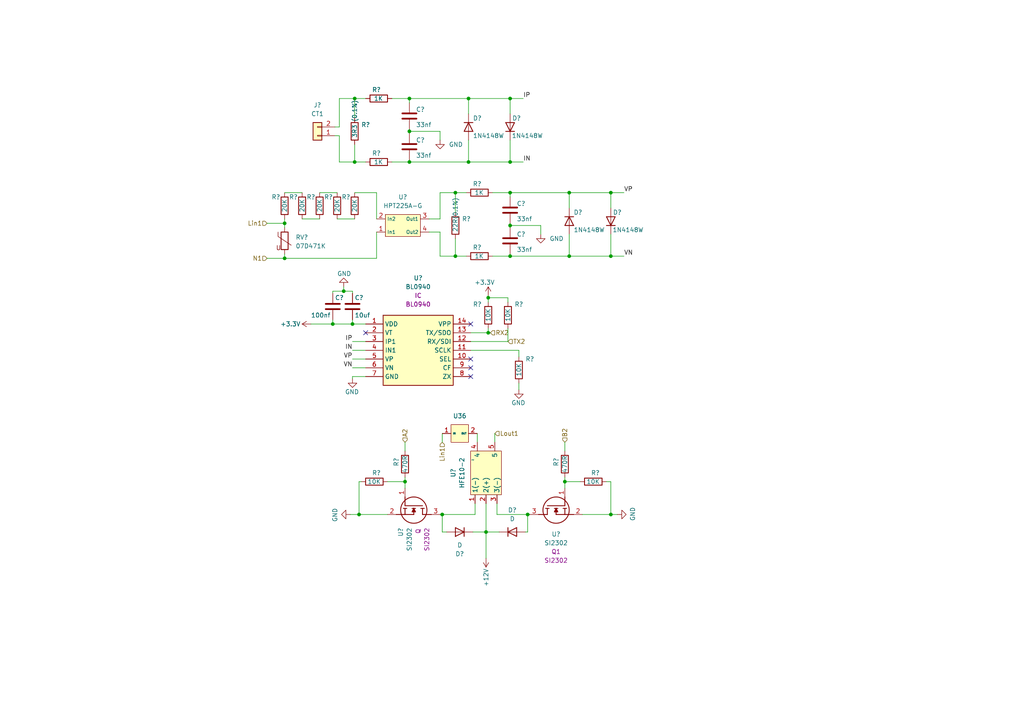
<source format=kicad_sch>
(kicad_sch (version 20231120) (generator "eeschema") (generator_version "8.0")
  (paper "A4")
  (lib_symbols
    (symbol "BL0940:BL0940"
      (property "Value" "BL0940" (at 0 0 0))
      (property "Reference_1" "IC" (at 26.67 7.62 0))
      (property "Value_1" "BL0940" (at 26.67 5.08 0))
      (symbol "BL0940_1_1"
        (rectangle (start 5.08 2.54) (end 25.4 -17.78) (stroke (width 0.254)) (fill (type background)))
        (pin passive line (at 0 0 0) (length 5.08) (name "VDD") (number "1"))
        (pin passive line (at 30.48 -10.16 180) (length 5.08) (name "SEL") (number "10"))
        (pin passive line (at 30.48 -7.62 180) (length 5.08) (name "SCLK") (number "11"))
        (pin passive line (at 30.48 -5.08 180) (length 5.08) (name "RX/SDI") (number "12"))
        (pin passive line (at 30.48 -2.54 180) (length 5.08) (name "TX/SDO") (number "13"))
        (pin passive line (at 30.48 0 180) (length 5.08) (name "VPP") (number "14"))
        (pin passive line (at 0 -2.54 0) (length 5.08) (name "VT") (number "2"))
        (pin passive line (at 0 -5.08 0) (length 5.08) (name "IP1") (number "3"))
        (pin passive line (at 0 -7.62 0) (length 5.08) (name "IN1") (number "4"))
        (pin passive line (at 0 -10.16 0) (length 5.08) (name "VP") (number "5"))
        (pin passive line (at 0 -12.7 0) (length 5.08) (name "VN") (number "6"))
        (pin passive line (at 0 -15.24 0) (length 5.08) (name "GND") (number "7"))
        (pin passive line (at 30.48 -15.24 180) (length 5.08) (name "ZX") (number "8"))
        (pin passive line (at 30.48 -12.7 180) (length 5.08) (name "CF") (number "9"))
      )
    )
    (symbol "Connector_Generic:Conn_01x02" (pin_names (offset 1.016) hide)
      (property "Reference" "J" (at 0 2.54 0))
      (property "Value" "Conn_01x02" (at 0 -5.08 0))
      (symbol "Conn_01x02_1_1"
        (rectangle (start -1.27 -2.413) (end 0 -2.667) (stroke (width 0.1524)))
        (rectangle (start -1.27 0.127) (end 0 -0.127) (stroke (width 0.1524)))
        (rectangle (start -1.27 1.27) (end 1.27 -3.81) (stroke (width 0.254)) (fill (type background)))
        (pin passive line (at -5.08 0 0) (length 3.81) (name "Pin_1") (number "1"))
        (pin passive line (at -5.08 -2.54 0) (length 3.81) (name "Pin_2") (number "2"))
      )
    )
    (symbol "Device:C" (pin_numbers hide) (pin_names (offset 0.254))
      (property "Reference" "C" (at 0.635 2.54 0))
      (property "Value" "C" (at 0.635 -2.54 0))
      (symbol "C_0_1"
        (polyline (pts (xy -2.032 -0.762) (xy 2.032 -0.762)) (stroke (width 0.508)))
        (polyline (pts (xy -2.032 0.762) (xy 2.032 0.762)) (stroke (width 0.508)))
      )
      (symbol "C_1_1"
        (pin passive line (at 0 3.81 270) (length 2.794) (name "~") (number "1"))
        (pin passive line (at 0 -3.81 90) (length 2.794) (name "~") (number "2"))
      )
    )
    (symbol "Device:D" (pin_numbers hide) (pin_names (offset 1.016) hide)
      (property "Reference" "D" (at 0 2.54 0))
      (property "Value" "D" (at 0 -2.54 0))
      (symbol "D_0_1"
        (polyline (pts (xy -1.27 1.27) (xy -1.27 -1.27)) (stroke (width 0.254)))
        (polyline (pts (xy 1.27 0) (xy -1.27 0)))
        (polyline (pts (xy 1.27 1.27) (xy 1.27 -1.27) (xy -1.27 0) (xy 1.27 1.27)) (stroke (width 0.254)))
      )
      (symbol "D_1_1"
        (pin passive line (at -3.81 0 0) (length 2.54) (name "K") (number "1"))
        (pin passive line (at 3.81 0 180) (length 2.54) (name "A") (number "2"))
      )
    )
    (symbol "Device:R" (pin_numbers hide) (pin_names (offset 0))
      (property "Reference" "R" (at 2.032 0 90))
      (property "Value" "R" (at 0 0 90))
      (symbol "R_0_1"
        (rectangle (start -1.016 -2.54) (end 1.016 2.54) (stroke (width 0.254)))
      )
      (symbol "R_1_1"
        (pin passive line (at 0 3.81 270) (length 1.27) (name "~") (number "1"))
        (pin passive line (at 0 -3.81 90) (length 1.27) (name "~") (number "2"))
      )
    )
    (symbol "Device:Varistor" (pin_numbers hide) (pin_names (offset 0))
      (property "Reference" "RV" (at 3.175 0 90))
      (property "Value" "Varistor" (at -3.175 0 90))
      (symbol "Varistor_0_0"
        (text "U" (at -1.778 -2.032 0) (effects (font (size 1.27 1.27))))
      )
      (symbol "Varistor_0_1"
        (rectangle (start -1.016 -2.54) (end 1.016 2.54) (stroke (width 0.254)))
        (polyline (pts (xy -1.905 2.54) (xy -1.905 1.27) (xy 1.905 -1.27)))
      )
      (symbol "Varistor_1_1"
        (pin passive line (at 0 3.81 270) (length 1.27) (name "~") (number "1"))
        (pin passive line (at 0 -3.81 90) (length 1.27) (name "~") (number "2"))
      )
    )
    (symbol "HFE10-2:HFE10-2"
      (property "Reference" "U" (at 0 0 0))
      (property "Value" "HFE10-2" (at 0 -2.54 0))
      (symbol "HFE10-2_0_1"
        (rectangle (start -6.35 11.43) (end 6.35 2.54) (fill (type background)))
      )
      (symbol "HFE10-2_1_1"
        (pin input line (at -8.89 10.16 0) (length 2.54) (name "1(-)") (number "1"))
        (pin input line (at -8.89 6.985 0) (length 2.54) (name "2(+)") (number "2"))
        (pin input line (at -8.89 3.81 0) (length 2.54) (name "3(-)") (number "3"))
        (pin output line (at 8.89 9.525 180) (length 2.54) (name "4") (number "4"))
        (pin output line (at 8.89 4.445 180) (length 2.54) (name "5") (number "5"))
      )
    )
    (symbol "HPT225A-G:HPT225A-G"
      (property "Reference" "U?" (at 0 -5.08 0))
      (property "Value" "HPT225A-G" (at 0 -2.54 0))
      (symbol "HPT225A-G_0_1"
        (rectangle (start -5.08 6.35) (end 5.08 0) (fill (type background)))
      )
      (symbol "HPT225A-G_1_1"
        (pin bidirectional line (at -7.62 1.27 0) (length 2.54) (name "In1") (number "1"))
        (pin bidirectional line (at -7.62 5.08 0) (length 2.54) (name "In2") (number "2"))
        (pin bidirectional line (at 7.62 5.08 180) (length 2.54) (name "Out1") (number "3"))
        (pin bidirectional line (at 7.62 1.27 180) (length 2.54) (name "Out2") (number "4"))
      )
    )
    (symbol "SI2302:SI2302" (pin_names hide)
      (property "Value" "SI2302" (at 0 0 0))
      (property "Reference_1" "Q" (at 11.43 3.81 0))
      (property "Value_1" "SI2302" (at 11.43 1.27 0))
      (symbol "SI2302_1_1"
        (polyline (pts (xy 2.54 0) (xy 5.08 0)) (stroke (width 0.254)))
        (polyline (pts (xy 5.08 5.08) (xy 5.08 0)) (stroke (width 0.254)))
        (polyline (pts (xy 5.842 -0.508) (xy 5.842 0.508)) (stroke (width 0.254)))
        (polyline (pts (xy 5.842 0) (xy 7.62 0)) (stroke (width 0.254)))
        (polyline (pts (xy 5.842 2.032) (xy 5.842 3.048)) (stroke (width 0.254)))
        (polyline (pts (xy 5.842 5.588) (xy 5.842 4.572)) (stroke (width 0.254)))
        (polyline (pts (xy 7.62 2.54) (xy 5.842 2.54)) (stroke (width 0.254)))
        (polyline (pts (xy 7.62 2.54) (xy 7.62 -2.54)) (stroke (width 0.254)))
        (polyline (pts (xy 7.62 5.08) (xy 5.842 5.08)) (stroke (width 0.254)))
        (polyline (pts (xy 7.62 5.08) (xy 7.62 7.62)) (stroke (width 0.254)))
        (polyline (pts (xy 5.842 2.54) (xy 6.858 3.048) (xy 6.858 2.032) (xy 5.842 2.54)) (stroke (width 0.254)) (fill (type outline)))
        (circle (center 6.35 2.54) (radius 3.81) (stroke (width 0.254)))
        (pin passive line (at 0 0 0) (length 2.54) (name "G") (number "1"))
        (pin passive line (at 7.62 -5.08 90) (length 2.54) (name "S") (number "2"))
        (pin passive line (at 7.62 10.16 270) (length 2.54) (name "D") (number "3"))
      )
    )
    (symbol "ZHT102W-TM:ZHT102W-TM"
      (property "Reference" "U?" (at 0 -2.54 0))
      (symbol "ZHT102W-TM_1_1"
        (rectangle (start -2.54 5.08) (end 2.54 0) (fill (type background)))
        (pin input line (at -5.08 2.54 0) (length 2.54) (name "IN") (number "1"))
        (pin output line (at 5.08 2.54 180) (length 2.54) (name "OUT") (number "2"))
      )
    )
    (symbol "power:+12V" (power) (pin_names (offset 0))
      (property "Value" "+12V" (at 0 3.556 0))
      (symbol "+12V_0_1"
        (polyline (pts (xy -0.762 1.27) (xy 0 2.54)))
        (polyline (pts (xy 0 0) (xy 0 2.54)))
        (polyline (pts (xy 0 2.54) (xy 0.762 1.27)))
      )
      (symbol "+12V_1_1"
        (pin power_in line (at 0 0 90) (length 0) hide (name "+12V") (number "1"))
      )
    )
    (symbol "power:+3.3V" (power) (pin_names (offset 0))
      (property "Value" "+3.3V" (at 0 3.556 0))
      (symbol "+3.3V_0_1"
        (polyline (pts (xy -0.762 1.27) (xy 0 2.54)))
        (polyline (pts (xy 0 0) (xy 0 2.54)))
        (polyline (pts (xy 0 2.54) (xy 0.762 1.27)))
      )
      (symbol "+3.3V_1_1"
        (pin power_in line (at 0 0 90) (length 0) hide (name "+3.3V") (number "1"))
      )
    )
    (symbol "power:GND" (power) (pin_names (offset 0))
      (property "Value" "GND" (at 0 -3.81 0))
      (symbol "GND_0_1"
        (polyline (pts (xy 0 0) (xy 0 -1.27) (xy 1.27 -1.27) (xy 0 -2.54) (xy -1.27 -1.27) (xy 0 -1.27)))
      )
      (symbol "GND_1_1"
        (pin power_in line (at 0 0 270) (length 0) hide (name "GND") (number "1"))
      )
    )
  )
  (junction (at 132.08 74.295))
  (junction (at 177.165 149.225))
  (junction (at 165.1 74.295))
  (junction (at 82.55 64.77))
  (junction (at 102.87 28.575))
  (junction (at 147.955 65.405))
  (junction (at 135.89 46.99))
  (junction (at 82.55 74.93))
  (junction (at 165.1 55.88))
  (junction (at 147.955 28.575))
  (junction (at 177.165 55.88))
  (junction (at 141.605 86.36))
  (junction (at 102.87 46.99))
  (junction (at 96.52 93.98))
  (junction (at 153.035 149.225))
  (junction (at 163.83 139.7))
  (junction (at 104.14 149.225))
  (junction (at 128.27 149.225))
  (junction (at 141.605 96.52))
  (junction (at 102.235 93.98))
  (junction (at 132.08 55.88))
  (junction (at 117.475 139.7))
  (junction (at 135.89 28.575))
  (junction (at 99.695 84.455))
  (junction (at 118.745 38.1))
  (junction (at 118.745 28.575))
  (junction (at 147.955 46.99))
  (junction (at 140.97 154.305))
  (junction (at 177.165 74.295))
  (junction (at 147.955 55.88))
  (junction (at 147.955 74.295))
  (junction (at 118.745 46.99))
  (no_connect (at 136.525 109.22))
  (no_connect (at 136.525 104.14))
  (no_connect (at 136.525 106.68))
  (no_connect (at 106.045 96.52))
  (no_connect (at 136.525 93.98))
  (wire (pts (xy 127.635 149.225) (xy 128.27 149.225)))
  (wire (pts (xy 153.035 154.305) (xy 153.035 149.225)))
  (wire (pts (xy 141.605 96.52) (xy 141.605 95.25)))
  (wire (pts (xy 147.32 86.36) (xy 141.605 86.36)))
  (wire (pts (xy 137.795 149.225) (xy 137.795 146.05)))
  (wire (pts (xy 127.635 74.295) (xy 132.08 74.295)))
  (wire (pts (xy 117.475 138.43) (xy 117.475 139.7)))
  (wire (pts (xy 175.895 139.7) (xy 177.165 139.7)))
  (wire (pts (xy 102.235 106.68) (xy 106.045 106.68)))
  (wire (pts (xy 96.52 85.09) (xy 96.52 84.455)))
  (wire (pts (xy 96.52 93.98) (xy 102.235 93.98)))
  (wire (pts (xy 128.27 154.305) (xy 128.27 149.225)))
  (wire (pts (xy 136.525 99.06) (xy 147.32 99.06)))
  (wire (pts (xy 117.475 139.7) (xy 117.475 141.605)))
  (wire (pts (xy 109.22 67.31) (xy 109.22 74.93)))
  (wire (pts (xy 147.955 74.295) (xy 147.955 73.66)))
  (wire (pts (xy 141.605 96.52) (xy 142.24 96.52)))
  (wire (pts (xy 165.1 60.325) (xy 165.1 55.88)))
  (wire (pts (xy 140.97 154.305) (xy 140.97 146.05)))
  (wire (pts (xy 168.91 149.225) (xy 177.165 149.225)))
  (wire (pts (xy 156.845 67.945) (xy 156.845 65.405)))
  (wire (pts (xy 144.145 146.05) (xy 144.145 149.225)))
  (wire (pts (xy 77.47 74.93) (xy 82.55 74.93)))
  (wire (pts (xy 102.87 55.88) (xy 109.22 55.88)))
  (wire (pts (xy 153.035 149.225) (xy 153.67 149.225)))
  (wire (pts (xy 177.165 139.7) (xy 177.165 149.225)))
  (wire (pts (xy 102.87 28.575) (xy 102.87 34.29)))
  (wire (pts (xy 128.27 149.225) (xy 137.795 149.225)))
  (wire (pts (xy 152.4 154.305) (xy 153.035 154.305)))
  (wire (pts (xy 136.525 101.6) (xy 150.495 101.6)))
  (wire (pts (xy 109.22 74.93) (xy 82.55 74.93)))
  (wire (pts (xy 147.955 64.77) (xy 147.955 65.405)))
  (wire (pts (xy 142.875 74.295) (xy 147.955 74.295)))
  (wire (pts (xy 135.89 40.64) (xy 135.89 46.99)))
  (wire (pts (xy 163.83 139.7) (xy 163.83 141.605)))
  (wire (pts (xy 132.08 55.88) (xy 135.255 55.88)))
  (wire (pts (xy 128.27 125.73) (xy 128.27 128.27)))
  (wire (pts (xy 136.525 96.52) (xy 141.605 96.52)))
  (wire (pts (xy 98.425 39.37) (xy 98.425 46.99)))
  (wire (pts (xy 96.52 84.455) (xy 99.695 84.455)))
  (wire (pts (xy 135.89 28.575) (xy 118.745 28.575)))
  (wire (pts (xy 147.955 28.575) (xy 151.765 28.575)))
  (wire (pts (xy 140.97 161.925) (xy 140.97 154.305)))
  (wire (pts (xy 147.955 55.88) (xy 147.955 57.15)))
  (wire (pts (xy 102.235 109.22) (xy 102.235 109.855)))
  (wire (pts (xy 102.235 85.09) (xy 102.235 84.455)))
  (wire (pts (xy 150.495 101.6) (xy 150.495 103.505)))
  (wire (pts (xy 177.165 55.88) (xy 180.975 55.88)))
  (wire (pts (xy 165.1 74.295) (xy 147.955 74.295)))
  (wire (pts (xy 177.165 74.295) (xy 180.975 74.295)))
  (wire (pts (xy 156.845 65.405) (xy 147.955 65.405)))
  (wire (pts (xy 163.83 128.27) (xy 163.83 130.81)))
  (wire (pts (xy 141.605 85.725) (xy 141.605 86.36)))
  (wire (pts (xy 147.955 28.575) (xy 135.89 28.575)))
  (wire (pts (xy 127.635 55.88) (xy 132.08 55.88)))
  (wire (pts (xy 124.46 67.31) (xy 127.635 67.31)))
  (wire (pts (xy 137.16 154.305) (xy 140.97 154.305)))
  (wire (pts (xy 97.79 63.5) (xy 102.87 63.5)))
  (wire (pts (xy 132.08 74.295) (xy 135.255 74.295)))
  (wire (pts (xy 147.32 87.63) (xy 147.32 86.36)))
  (wire (pts (xy 127.635 67.31) (xy 127.635 74.295)))
  (wire (pts (xy 117.475 128.27) (xy 117.475 130.81)))
  (wire (pts (xy 118.745 46.99) (xy 118.745 46.355)))
  (wire (pts (xy 177.165 149.225) (xy 179.07 149.225)))
  (wire (pts (xy 97.155 36.83) (xy 98.425 36.83)))
  (wire (pts (xy 102.235 99.06) (xy 106.045 99.06)))
  (wire (pts (xy 165.1 67.945) (xy 165.1 74.295)))
  (wire (pts (xy 147.955 40.64) (xy 147.955 46.99)))
  (wire (pts (xy 102.235 92.71) (xy 102.235 93.98)))
  (wire (pts (xy 101.6 149.225) (xy 104.14 149.225)))
  (wire (pts (xy 102.235 93.98) (xy 106.045 93.98)))
  (wire (pts (xy 150.495 111.125) (xy 150.495 113.03)))
  (wire (pts (xy 77.47 64.77) (xy 82.55 64.77)))
  (wire (pts (xy 132.08 69.215) (xy 132.08 74.295)))
  (wire (pts (xy 87.63 63.5) (xy 92.71 63.5)))
  (wire (pts (xy 118.745 28.575) (xy 118.745 29.845)))
  (wire (pts (xy 112.395 139.7) (xy 117.475 139.7)))
  (wire (pts (xy 99.695 84.455) (xy 99.695 83.185)))
  (wire (pts (xy 102.87 46.99) (xy 106.045 46.99)))
  (wire (pts (xy 127.635 40.64) (xy 127.635 38.1)))
  (wire (pts (xy 98.425 28.575) (xy 102.87 28.575)))
  (wire (pts (xy 127.635 63.5) (xy 127.635 55.88)))
  (wire (pts (xy 106.045 109.22) (xy 102.235 109.22)))
  (wire (pts (xy 147.955 65.405) (xy 147.955 66.04)))
  (wire (pts (xy 177.165 74.295) (xy 165.1 74.295)))
  (wire (pts (xy 82.55 74.93) (xy 82.55 73.66)))
  (wire (pts (xy 102.87 41.91) (xy 102.87 46.99)))
  (wire (pts (xy 147.955 33.02) (xy 147.955 28.575)))
  (wire (pts (xy 109.22 55.88) (xy 109.22 63.5)))
  (wire (pts (xy 104.14 149.225) (xy 112.395 149.225)))
  (wire (pts (xy 177.165 55.88) (xy 165.1 55.88)))
  (wire (pts (xy 90.17 93.98) (xy 96.52 93.98)))
  (wire (pts (xy 104.775 139.7) (xy 104.14 139.7)))
  (wire (pts (xy 143.51 125.73) (xy 143.51 128.27)))
  (wire (pts (xy 142.875 55.88) (xy 147.955 55.88)))
  (wire (pts (xy 102.235 101.6) (xy 106.045 101.6)))
  (wire (pts (xy 135.89 46.99) (xy 118.745 46.99)))
  (wire (pts (xy 132.08 55.88) (xy 132.08 61.595)))
  (wire (pts (xy 163.83 139.7) (xy 168.275 139.7)))
  (wire (pts (xy 82.55 55.88) (xy 87.63 55.88)))
  (wire (pts (xy 96.52 92.71) (xy 96.52 93.98)))
  (wire (pts (xy 82.55 64.77) (xy 82.55 66.04)))
  (wire (pts (xy 127.635 38.1) (xy 118.745 38.1)))
  (wire (pts (xy 82.55 63.5) (xy 82.55 64.77)))
  (wire (pts (xy 177.165 67.945) (xy 177.165 74.295)))
  (wire (pts (xy 144.145 149.225) (xy 153.035 149.225)))
  (wire (pts (xy 165.1 55.88) (xy 147.955 55.88)))
  (wire (pts (xy 141.605 86.36) (xy 141.605 87.63)))
  (wire (pts (xy 124.46 63.5) (xy 127.635 63.5)))
  (wire (pts (xy 147.955 46.99) (xy 135.89 46.99)))
  (wire (pts (xy 177.165 60.325) (xy 177.165 55.88)))
  (wire (pts (xy 140.97 154.305) (xy 144.78 154.305)))
  (wire (pts (xy 163.83 138.43) (xy 163.83 139.7)))
  (wire (pts (xy 135.89 33.02) (xy 135.89 28.575)))
  (wire (pts (xy 113.665 46.99) (xy 118.745 46.99)))
  (wire (pts (xy 147.32 99.06) (xy 147.32 95.25)))
  (wire (pts (xy 102.235 84.455) (xy 99.695 84.455)))
  (wire (pts (xy 118.745 37.465) (xy 118.745 38.1)))
  (wire (pts (xy 104.14 139.7) (xy 104.14 149.225)))
  (wire (pts (xy 113.665 28.575) (xy 118.745 28.575)))
  (wire (pts (xy 97.155 39.37) (xy 98.425 39.37)))
  (wire (pts (xy 92.71 55.88) (xy 97.79 55.88)))
  (wire (pts (xy 147.955 46.99) (xy 151.765 46.99)))
  (wire (pts (xy 118.745 38.1) (xy 118.745 38.735)))
  (wire (pts (xy 102.235 104.14) (xy 106.045 104.14)))
  (wire (pts (xy 98.425 28.575) (xy 98.425 36.83)))
  (wire (pts (xy 102.87 28.575) (xy 106.045 28.575)))
  (wire (pts (xy 138.43 125.73) (xy 138.43 128.27)))
  (wire (pts (xy 98.425 46.99) (xy 102.87 46.99)))
  (wire (pts (xy 129.54 154.305) (xy 128.27 154.305)))
  (label "VP" (at 102.235 104.14 180))
  (label "VP" (at 180.975 55.88 0))
  (label "IN" (at 151.765 46.99 0))
  (label "IN" (at 102.235 101.6 180))
  (label "VN" (at 102.235 106.68 180))
  (label "IP" (at 102.235 99.06 180))
  (label "IP" (at 151.765 28.575 0))
  (label "VN" (at 180.975 74.295 0))
  (hierarchical_label "TX2" (shape input) (at 147.32 99.06 0))
  (hierarchical_label "N1" (shape input) (at 77.47 74.93 180))
  (hierarchical_label "Lout1" (shape input) (at 143.51 125.73 0))
  (hierarchical_label "A2" (shape input) (at 117.475 128.27 90))
  (hierarchical_label "B2" (shape input) (at 163.83 128.27 90))
  (hierarchical_label "Lin1" (shape input) (at 77.47 64.77 180))
  (hierarchical_label "Lin1" (shape input) (at 128.27 128.27 270))
  (hierarchical_label "RX2" (shape input) (at 142.24 96.52 0))
  (symbol (lib_id "Device:Varistor") (at 82.55 69.85 0) (unit 1)
    (property "Reference" "RV?" (at 85.725 68.8331 0) (effects (justify left)))
    (property "Value" "07D471K" (at 85.725 71.3731 0) (effects (justify left)))
    (property "Footprint" "Varistor:RV_Disc_D7mm_W4.9mm_P5mm" (effects (hide yes)))
    (instances (project "Smart CB" (path "" (reference "RV?") (unit 1))) (project "Smart CB STM32 PCB" (path "" (reference "RV1") (unit 1))))
  )
  (symbol (lib_id "Device:R") (at 82.55 59.69 0) (unit 1)
    (property "Reference" "R?" (at 78.74 57.15 0) (effects (justify left)))
    (property "Value" "20K" (at 82.55 61.595 90) (effects (justify left)))
    (property "Footprint" "Resistor_SMD:R_0603_1608Metric" (effects (hide yes)))
    (instances (project "Smart CB" (path "" (reference "R?") (unit 1))) (project "Smart CB STM32 PCB" (path "" (reference "R29") (unit 1))))
  )
  (symbol (lib_id "ZHT102W-TM:ZHT102W-TM") (at 133.35 128.27 0) (unit 1)
    (property "Reference" "U36" (at 133.35 120.65 0))
    (property "Value" "~" (at 137.16 133.35 0))
    (property "Footprint" "ZHT102W-TM:ZHT102W-TM" (effects (hide yes)))
  )
  (symbol (lib_id "BL0940:BL0940") (at 106.045 93.98 0) (unit 1)
    (property "Reference" "U?" (at 121.285 80.645 0))
    (property "Value" "BL0940" (at 121.285 83.185 0))
    (property "Footprint" "BL0940:BL0940" (effects (hide yes)))
    (property "Reference_1" "IC" (at 121.285 85.725 0))
    (property "Value_1" "BL0940" (at 121.285 88.265 0))
    (property "Footprint_1" "SOP65P640X120-14N" (effects (hide yes)))
    (property "Datasheet_1" "https://datasheet.lcsc.com/szlcsc/2006282023_BL-Shanghai-Belling-BL0940_C691894.pdf" (effects (hide yes)))
    (property "Height" "1.2" (effects (hide yes)))
    (property "Manufacturer_Name" "SHANGHAI BELLING" (effects (hide yes)))
    (property "Manufacturer_Part_Number" "BL0940" (effects (hide yes)))
    (instances (project "Smart CB" (path "" (reference "U?") (unit 1))) (project "Smart CB STM32 PCB" (path "" (reference "U8") (unit 1))))
  )
  (symbol (lib_id "Device:D") (at 147.955 36.83 90) (unit 1)
    (property "Reference" "D?" (at 151.13 34.29 90) (effects (justify left)))
    (property "Value" "1N4148W" (at 157.48 39.37 90) (effects (justify left)))
    (property "Footprint" "Diode_SMD:D_SOD-323" (effects (hide yes)))
    (instances (project "Smart CB" (path "" (reference "D?") (unit 1))) (project "Smart CB STM32 PCB" (path "" (reference "D13") (unit 1))))
  )
  (symbol (lib_id "HFE10-2:HFE10-2") (at 147.955 137.16 90) (unit 1)
    (property "Reference" "U?" (at 131.445 137.16 0))
    (property "Value" "HFE10-2" (at 133.985 137.16 0))
    (property "Footprint" "kicad libraries:HFE10-2" (effects (hide yes)))
    (instances (project "Smart CB" (path "" (reference "U?") (unit 1))) (project "Smart CB STM32 PCB" (path "" (reference "U11") (unit 1))))
  )
  (symbol (lib_id "Device:C") (at 118.745 42.545 0) (unit 1)
    (property "Reference" "C?" (at 120.65 40.64 0) (effects (justify left)))
    (property "Value" "33nf" (at 120.65 45.085 0) (effects (justify left)))
    (property "Footprint" "Capacitor_SMD:C_0603_1608Metric" (effects (hide yes)))
    (instances (project "Smart CB" (path "" (reference "C?") (unit 1))) (project "Smart CB STM32 PCB" (path "" (reference "C26") (unit 1))))
  )
  (symbol (lib_id "Device:R") (at 109.855 46.99 90) (unit 1)
    (property "Reference" "R?" (at 110.49 44.45 90) (effects (justify left)))
    (property "Value" "1K" (at 111.125 46.99 90) (effects (justify left)))
    (property "Footprint" "Resistor_SMD:R_0603_1608Metric" (effects (hide yes)))
    (instances (project "Smart CB" (path "" (reference "R?") (unit 1))) (project "Smart CB STM32 PCB" (path "" (reference "R37") (unit 1))))
  )
  (symbol (lib_id "Device:R") (at 87.63 59.69 0) (unit 1)
    (property "Reference" "R?" (at 83.82 57.15 0) (effects (justify left)))
    (property "Value" "20K" (at 87.63 61.595 90) (effects (justify left)))
    (property "Footprint" "Resistor_SMD:R_0603_1608Metric" (effects (hide yes)))
    (instances (project "Smart CB" (path "" (reference "R?") (unit 1))) (project "Smart CB STM32 PCB" (path "" (reference "R30") (unit 1))))
  )
  (symbol (lib_id "Device:C") (at 118.745 33.655 0) (unit 1)
    (property "Reference" "C?" (at 120.65 31.75 0) (effects (justify left)))
    (property "Value" "33nf" (at 120.65 36.195 0) (effects (justify left)))
    (property "Footprint" "Capacitor_SMD:C_0603_1608Metric" (effects (hide yes)))
    (instances (project "Smart CB" (path "" (reference "C?") (unit 1))) (project "Smart CB STM32 PCB" (path "" (reference "C25") (unit 1))))
  )
  (symbol (lib_id "Device:R") (at 132.08 65.405 0) (unit 1)
    (property "Reference" "R?" (at 133.985 63.5 0) (effects (justify left)))
    (property "Value" "22R(0.1%)" (at 132.08 67.31 90) (effects (justify left)))
    (property "Footprint" "Resistor_SMD:R_0603_1608Metric" (effects (hide yes)))
    (instances (project "Smart CB" (path "" (reference "R?") (unit 1))) (project "Smart CB STM32 PCB" (path "" (reference "R39") (unit 1))))
  )
  (symbol (lib_id "Device:R") (at 117.475 134.62 180) (unit 1)
    (property "Reference" "R?" (at 114.935 132.715 90) (effects (justify left)))
    (property "Value" "470R" (at 117.475 132.08 90) (effects (justify left)))
    (property "Footprint" "Resistor_SMD:R_0603_1608Metric" (effects (hide yes)))
    (instances (project "Smart CB" (path "" (reference "R?") (unit 1))) (project "Smart CB STM32 PCB" (path "" (reference "R38") (unit 1))))
  )
  (symbol (lib_id "power:GND") (at 127.635 40.64 0) (unit 1)
    (property "Reference" "#PWR?" (effects (hide yes)))
    (property "Value" "GND" (at 130.175 41.9099 0) (effects (justify left)))
    (instances (project "Smart CB" (path "" (reference "#PWR?") (unit 1))) (project "Smart CB STM32 PCB" (path "" (reference "#PWR066") (unit 1))))
  )
  (symbol (lib_id "Device:R") (at 163.83 134.62 180) (unit 1)
    (property "Reference" "R?" (at 161.29 132.715 90) (effects (justify left)))
    (property "Value" "470R" (at 163.83 132.08 90) (effects (justify left)))
    (property "Footprint" "Resistor_SMD:R_0603_1608Metric" (effects (hide yes)))
    (instances (project "Smart CB" (path "" (reference "R?") (unit 1))) (project "Smart CB STM32 PCB" (path "" (reference "R45") (unit 1))))
  )
  (symbol (lib_id "Device:R") (at 147.32 91.44 0) (unit 1)
    (property "Reference" "R?" (at 149.225 88.265 0) (effects (justify left)))
    (property "Value" "10K" (at 147.32 93.345 90) (effects (justify left)))
    (property "Footprint" "Resistor_SMD:R_0603_1608Metric" (effects (hide yes)))
    (instances (project "Smart CB" (path "" (reference "R?") (unit 1))) (project "Smart CB STM32 PCB" (path "" (reference "R43") (unit 1))))
  )
  (symbol (lib_id "SI2302:SI2302") (at 117.475 141.605 270) (unit 1)
    (property "Reference" "U?" (at 116.2049 153.035 0) (effects (justify left)))
    (property "Value" "SI2302" (at 118.7449 153.035 0) (effects (justify left)))
    (property "Footprint" "SI2302:SI2302" (effects (hide yes)))
    (property "Reference_1" "Q" (at 121.285 153.289 0) (effects (justify left)))
    (property "Value_1" "SI2302" (at 123.8249 153.035 0) (effects (justify left)))
    (property "Footprint_1" "SI2302" (effects (hide yes)))
    (property "Datasheet_1" "https://mouser.componentsearchengine.com/Datasheets/1/SI2302.pdf" (effects (hide yes)))
    (property "Height" "1.005" (effects (hide yes)))
    (property "Manufacturer_Name" "MCC" (effects (hide yes)))
    (property "Manufacturer_Part_Number" "SI2302" (effects (hide yes)))
    (property "Mouser Part Number" "833-SI2302" (effects (hide yes)))
    (property "Mouser Price/Stock" "https://www.mouser.co.uk/ProductDetail/Micro-Commercial-Components-MCC/SI2302?qs=6W4OQKoqJ0s%2FjuQxID9btg%3D%3D" (effects (hide yes)))
    (instances (project "Smart CB" (path "" (reference "U?") (unit 1))) (project "Smart CB STM32 PCB" (path "" (reference "U10") (unit 1))))
  )
  (symbol (lib_id "Device:C") (at 147.955 69.85 0) (unit 1)
    (property "Reference" "C?" (at 149.86 67.945 0) (effects (justify left)))
    (property "Value" "33nf" (at 149.86 72.39 0) (effects (justify left)))
    (property "Footprint" "Capacitor_SMD:C_0603_1608Metric" (effects (hide yes)))
    (instances (project "Smart CB" (path "" (reference "C?") (unit 1))) (project "Smart CB STM32 PCB" (path "" (reference "C28") (unit 1))))
  )
  (symbol (lib_id "power:+3.3V") (at 141.605 85.725 0) (unit 1)
    (property "Reference" "#PWR?" (effects (hide yes)))
    (property "Value" "+3.3V" (at 143.51 81.915 0) (effects (justify right)))
    (instances (project "Smart CB" (path "" (reference "#PWR?") (unit 1))) (project "Smart CB STM32 PCB" (path "" (reference "#PWR068") (unit 1))))
  )
  (symbol (lib_id "Device:R") (at 102.87 59.69 0) (unit 1)
    (property "Reference" "R?" (at 99.06 57.15 0) (effects (justify left)))
    (property "Value" "20K" (at 102.87 61.595 90) (effects (justify left)))
    (property "Footprint" "Resistor_SMD:R_0603_1608Metric" (effects (hide yes)))
    (instances (project "Smart CB" (path "" (reference "R?") (unit 1))) (project "Smart CB STM32 PCB" (path "" (reference "R34") (unit 1))))
  )
  (symbol (lib_id "Device:R") (at 92.71 59.69 0) (unit 1)
    (property "Reference" "R?" (at 88.9 57.15 0) (effects (justify left)))
    (property "Value" "20K" (at 92.71 61.595 90) (effects (justify left)))
    (property "Footprint" "Resistor_SMD:R_0603_1608Metric" (effects (hide yes)))
    (instances (project "Smart CB" (path "" (reference "R?") (unit 1))) (project "Smart CB STM32 PCB" (path "" (reference "R31") (unit 1))))
  )
  (symbol (lib_id "power:GND") (at 179.07 149.225 90) (unit 1)
    (property "Reference" "#PWR?" (effects (hide yes)))
    (property "Value" "GND" (at 183.515 151.13 0) (effects (justify left)))
    (instances (project "Smart CB" (path "" (reference "#PWR?") (unit 1))) (project "Smart CB STM32 PCB" (path "" (reference "#PWR071") (unit 1))))
  )
  (symbol (lib_id "Device:R") (at 141.605 91.44 0) (unit 1)
    (property "Reference" "R?" (at 137.16 88.265 0) (effects (justify left)))
    (property "Value" "10K" (at 141.605 93.345 90) (effects (justify left)))
    (property "Footprint" "Resistor_SMD:R_0603_1608Metric" (effects (hide yes)))
    (instances (project "Smart CB" (path "" (reference "R?") (unit 1))) (project "Smart CB STM32 PCB" (path "" (reference "R42") (unit 1))))
  )
  (symbol (lib_id "power:GND") (at 101.6 149.225 270) (unit 1)
    (property "Reference" "#PWR?" (effects (hide yes)))
    (property "Value" "GND" (at 97.155 147.32 0) (effects (justify left)))
    (instances (project "Smart CB" (path "" (reference "#PWR?") (unit 1))) (project "Smart CB STM32 PCB" (path "" (reference "#PWR064") (unit 1))))
  )
  (symbol (lib_id "power:GND") (at 99.695 83.185 180) (unit 1)
    (property "Reference" "#PWR?" (effects (hide yes)))
    (property "Value" "GND" (at 97.79 79.375 0) (effects (justify right)))
    (instances (project "Smart CB" (path "" (reference "#PWR?") (unit 1))) (project "Smart CB STM32 PCB" (path "" (reference "#PWR063") (unit 1))))
  )
  (symbol (lib_id "Device:R") (at 97.79 59.69 0) (unit 1)
    (property "Reference" "R?" (at 93.98 57.15 0) (effects (justify left)))
    (property "Value" "20K" (at 97.79 61.595 90) (effects (justify left)))
    (property "Footprint" "Resistor_SMD:R_0603_1608Metric" (effects (hide yes)))
    (instances (project "Smart CB" (path "" (reference "R?") (unit 1))) (project "Smart CB STM32 PCB" (path "" (reference "R32") (unit 1))))
  )
  (symbol (lib_id "Connector_Generic:Conn_01x02") (at 92.075 39.37 180) (unit 1)
    (property "Reference" "J?" (at 92.075 30.48 0))
    (property "Value" "CT1" (at 92.075 33.02 0))
    (property "Footprint" "Connector_JST:JST_PH_B2B-PH-K_1x02_P2.00mm_Vertical" (effects (hide yes)))
    (instances (project "Smart CB" (path "" (reference "J?") (unit 1))) (project "Smart CB STM32 PCB" (path "" (reference "J15") (unit 1))))
  )
  (symbol (lib_id "HPT225A-G:HPT225A-G") (at 116.84 68.58 0) (unit 1)
    (property "Reference" "U?" (at 116.84 57.15 0))
    (property "Value" "HPT225A-G" (at 116.84 59.69 0))
    (property "Footprint" "kicad libraries:HPT225A-G" (effects (hide yes)))
    (instances (project "Smart CB" (path "" (reference "U?") (unit 1))) (project "Smart CB STM32 PCB" (path "" (reference "U9") (unit 1))))
  )
  (symbol (lib_id "Device:R") (at 150.495 107.315 0) (unit 1)
    (property "Reference" "R?" (at 152.4 104.14 0) (effects (justify left)))
    (property "Value" "10K" (at 150.495 109.22 90) (effects (justify left)))
    (property "Footprint" "Resistor_SMD:R_0603_1608Metric" (effects (hide yes)))
    (instances (project "Smart CB" (path "" (reference "R?") (unit 1))) (project "Smart CB STM32 PCB" (path "" (reference "R44") (unit 1))))
  )
  (symbol (lib_id "Device:C") (at 96.52 88.9 0) (unit 1)
    (property "Reference" "C?" (at 97.155 86.36 0) (effects (justify left)))
    (property "Value" "100nf" (at 90.17 91.44 0) (effects (justify left)))
    (property "Footprint" "Capacitor_SMD:C_0603_1608Metric" (effects (hide yes)))
    (instances (project "Smart CB" (path "" (reference "C?") (unit 1))) (project "Smart CB STM32 PCB" (path "" (reference "C23") (unit 1))))
  )
  (symbol (lib_id "Device:D") (at 133.35 154.305 180) (unit 1)
    (property "Reference" "D?" (at 133.35 160.655 0))
    (property "Value" "D" (at 133.35 158.115 0))
    (property "Footprint" "Diode_SMD:D_1206_3216Metric" (effects (hide yes)))
    (instances (project "Smart CB" (path "" (reference "D?") (unit 1))) (project "Smart CB STM32 PCB" (path "" (reference "D11") (unit 1))))
  )
  (symbol (lib_id "Device:R") (at 102.87 38.1 0) (unit 1)
    (property "Reference" "R?" (at 104.775 36.195 0) (effects (justify left)))
    (property "Value" "3R3 (0.1%)" (at 102.87 40.005 90) (effects (justify left)))
    (property "Footprint" "Resistor_SMD:R_0603_1608Metric" (effects (hide yes)))
    (instances (project "Smart CB" (path "" (reference "R?") (unit 1))) (project "Smart CB STM32 PCB" (path "" (reference "R33") (unit 1))))
  )
  (symbol (lib_id "SI2302:SI2302") (at 163.83 141.605 90) (mirror x) (unit 1)
    (property "Reference" "U?" (at 161.29 154.94 90))
    (property "Value" "SI2302" (at 161.29 157.48 90))
    (property "Footprint" "SI2302:SI2302" (effects (hide yes)))
    (property "Reference_1" "Q1" (at 161.29 160.02 90))
    (property "Value_1" "SI2302" (at 161.29 162.56 90))
    (property "Footprint_1" "SI2302" (effects (hide yes)))
    (property "Datasheet_1" "https://mouser.componentsearchengine.com/Datasheets/1/SI2302.pdf" (effects (hide yes)))
    (property "Height" "1.005" (effects (hide yes)))
    (property "Manufacturer_Name" "MCC" (effects (hide yes)))
    (property "Manufacturer_Part_Number" "SI2302" (effects (hide yes)))
    (property "Mouser Part Number" "833-SI2302" (effects (hide yes)))
    (property "Mouser Price/Stock" "https://www.mouser.co.uk/ProductDetail/Micro-Commercial-Components-MCC/SI2302?qs=6W4OQKoqJ0s%2FjuQxID9btg%3D%3D" (effects (hide yes)))
    (instances (project "Smart CB" (path "" (reference "U?") (unit 1))) (project "Smart CB STM32 PCB" (path "" (reference "U12") (unit 1))))
  )
  (symbol (lib_id "power:GND") (at 156.845 67.945 0) (unit 1)
    (property "Reference" "#PWR?" (effects (hide yes)))
    (property "Value" "GND" (at 159.385 69.2149 0) (effects (justify left)))
    (instances (project "Smart CB" (path "" (reference "#PWR?") (unit 1))) (project "Smart CB STM32 PCB" (path "" (reference "#PWR070") (unit 1))))
  )
  (symbol (lib_id "Device:R") (at 139.065 74.295 90) (unit 1)
    (property "Reference" "R?" (at 139.7 71.755 90) (effects (justify left)))
    (property "Value" "1K" (at 140.335 74.295 90) (effects (justify left)))
    (property "Footprint" "Resistor_SMD:R_0603_1608Metric" (effects (hide yes)))
    (instances (project "Smart CB" (path "" (reference "R?") (unit 1))) (project "Smart CB STM32 PCB" (path "" (reference "R41") (unit 1))))
  )
  (symbol (lib_id "power:+3.3V") (at 90.17 93.98 90) (unit 1)
    (property "Reference" "#PWR?" (effects (hide yes)))
    (property "Value" "+3.3V" (at 81.28 93.98 90) (effects (justify right)))
    (instances (project "Smart CB" (path "" (reference "#PWR?") (unit 1))) (project "Smart CB STM32 PCB" (path "" (reference "#PWR062") (unit 1))))
  )
  (symbol (lib_id "Device:D") (at 165.1 64.135 270) (unit 1)
    (property "Reference" "D?" (at 166.37 61.595 90) (effects (justify left)))
    (property "Value" "1N4148W" (at 166.37 66.675 90) (effects (justify left)))
    (property "Footprint" "Diode_SMD:D_SOD-323" (effects (hide yes)))
    (instances (project "Smart CB" (path "" (reference "D?") (unit 1))) (project "Smart CB STM32 PCB" (path "" (reference "D15") (unit 1))))
  )
  (symbol (lib_id "power:GND") (at 150.495 113.03 0) (unit 1)
    (property "Reference" "#PWR?" (effects (hide yes)))
    (property "Value" "GND" (at 152.4 116.84 0) (effects (justify right)))
    (instances (project "Smart CB" (path "" (reference "#PWR?") (unit 1))) (project "Smart CB STM32 PCB" (path "" (reference "#PWR069") (unit 1))))
  )
  (symbol (lib_id "power:GND") (at 102.235 109.855 0) (unit 1)
    (property "Reference" "#PWR?" (effects (hide yes)))
    (property "Value" "GND" (at 104.14 113.665 0) (effects (justify right)))
    (instances (project "Smart CB" (path "" (reference "#PWR?") (unit 1))) (project "Smart CB STM32 PCB" (path "" (reference "#PWR065") (unit 1))))
  )
  (symbol (lib_id "Device:D") (at 177.165 64.135 90) (unit 1)
    (property "Reference" "D?" (at 180.34 61.595 90) (effects (justify left)))
    (property "Value" "1N4148W" (at 186.69 66.675 90) (effects (justify left)))
    (property "Footprint" "Diode_SMD:D_SOD-323" (effects (hide yes)))
    (instances (project "Smart CB" (path "" (reference "D?") (unit 1))) (project "Smart CB STM32 PCB" (path "" (reference "D16") (unit 1))))
  )
  (symbol (lib_id "Device:C") (at 147.955 60.96 0) (unit 1)
    (property "Reference" "C?" (at 149.86 59.055 0) (effects (justify left)))
    (property "Value" "33nf" (at 149.86 63.5 0) (effects (justify left)))
    (property "Footprint" "Capacitor_SMD:C_0603_1608Metric" (effects (hide yes)))
    (instances (project "Smart CB" (path "" (reference "C?") (unit 1))) (project "Smart CB STM32 PCB" (path "" (reference "C27") (unit 1))))
  )
  (symbol (lib_id "Device:C") (at 102.235 88.9 0) (unit 1)
    (property "Reference" "C?" (at 102.87 86.36 0) (effects (justify left)))
    (property "Value" "10uf" (at 102.87 91.44 0) (effects (justify left)))
    (property "Footprint" "Capacitor_SMD:C_1206_3216Metric" (effects (hide yes)))
    (instances (project "Smart CB" (path "" (reference "C?") (unit 1))) (project "Smart CB STM32 PCB" (path "" (reference "C24") (unit 1))))
  )
  (symbol (lib_id "Device:D") (at 148.59 154.305 0) (unit 1)
    (property "Reference" "D?" (at 148.59 147.955 0))
    (property "Value" "D" (at 148.59 150.495 0))
    (property "Footprint" "Diode_SMD:D_1206_3216Metric" (effects (hide yes)))
    (instances (project "Smart CB" (path "" (reference "D?") (unit 1))) (project "Smart CB STM32 PCB" (path "" (reference "D14") (unit 1))))
  )
  (symbol (lib_id "Device:R") (at 139.065 55.88 90) (unit 1)
    (property "Reference" "R?" (at 139.7 53.34 90) (effects (justify left)))
    (property "Value" "1K" (at 140.335 55.88 90) (effects (justify left)))
    (property "Footprint" "Resistor_SMD:R_0603_1608Metric" (effects (hide yes)))
    (instances (project "Smart CB" (path "" (reference "R?") (unit 1))) (project "Smart CB STM32 PCB" (path "" (reference "R40") (unit 1))))
  )
  (symbol (lib_id "Device:R") (at 109.855 28.575 90) (unit 1)
    (property "Reference" "R?" (at 110.49 26.035 90) (effects (justify left)))
    (property "Value" "1K" (at 111.125 28.575 90) (effects (justify left)))
    (property "Footprint" "Resistor_SMD:R_0603_1608Metric" (effects (hide yes)))
    (instances (project "Smart CB" (path "" (reference "R?") (unit 1))) (project "Smart CB STM32 PCB" (path "" (reference "R36") (unit 1))))
  )
  (symbol (lib_id "Device:D") (at 135.89 36.83 270) (unit 1)
    (property "Reference" "D?" (at 137.16 34.29 90) (effects (justify left)))
    (property "Value" "1N4148W" (at 137.16 39.37 90) (effects (justify left)))
    (property "Footprint" "Diode_SMD:D_SOD-323" (effects (hide yes)))
    (instances (project "Smart CB" (path "" (reference "D?") (unit 1))) (project "Smart CB STM32 PCB" (path "" (reference "D12") (unit 1))))
  )
  (symbol (lib_id "Device:R") (at 172.085 139.7 90) (unit 1)
    (property "Reference" "R?" (at 173.99 137.16 90) (effects (justify left)))
    (property "Value" "10K" (at 173.99 139.7 90) (effects (justify left)))
    (property "Footprint" "Resistor_SMD:R_0603_1608Metric" (effects (hide yes)))
    (instances (project "Smart CB" (path "" (reference "R?") (unit 1))) (project "Smart CB STM32 PCB" (path "" (reference "R46") (unit 1))))
  )
  (symbol (lib_id "power:+12V") (at 140.97 161.925 180) (unit 1)
    (property "Reference" "#PWR?" (effects (hide yes)))
    (property "Value" "+12V" (at 140.97 170.18 90) (effects (justify right)))
    (instances (project "Smart CB" (path "" (reference "#PWR?") (unit 1))) (project "Smart CB STM32 PCB" (path "" (reference "#PWR067") (unit 1))))
  )
  (symbol (lib_id "Device:R") (at 108.585 139.7 90) (unit 1)
    (property "Reference" "R?" (at 110.49 137.16 90) (effects (justify left)))
    (property "Value" "10K" (at 110.49 139.7 90) (effects (justify left)))
    (property "Footprint" "Resistor_SMD:R_0603_1608Metric" (effects (hide yes)))
    (instances (project "Smart CB" (path "" (reference "R?") (unit 1))) (project "Smart CB STM32 PCB" (path "" (reference "R35") (unit 1))))
  )
)
</source>
